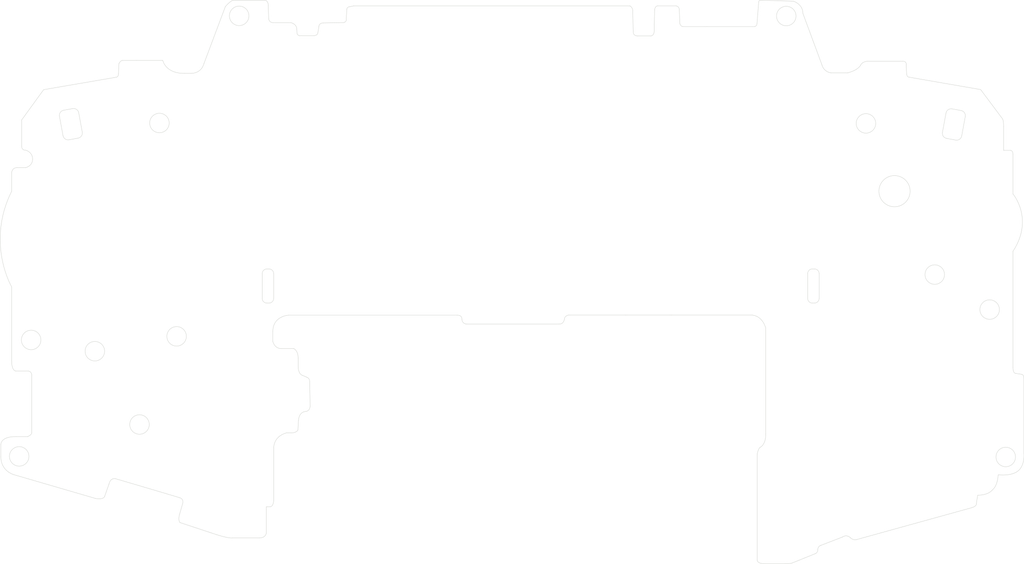
<source format=kicad_pcb>
(kicad_pcb (version 20221018) (generator pcbnew)

  (general
    (thickness 1.6)
  )

  (paper "A4")
  (layers
    (0 "F.Cu" signal)
    (31 "B.Cu" signal)
    (32 "B.Adhes" user "B.Adhesive")
    (33 "F.Adhes" user "F.Adhesive")
    (34 "B.Paste" user)
    (35 "F.Paste" user)
    (36 "B.SilkS" user "B.Silkscreen")
    (37 "F.SilkS" user "F.Silkscreen")
    (38 "B.Mask" user)
    (39 "F.Mask" user)
    (40 "Dwgs.User" user "User.Drawings")
    (41 "Cmts.User" user "User.Comments")
    (42 "Eco1.User" user "User.Eco1")
    (43 "Eco2.User" user "User.Eco2")
    (44 "Edge.Cuts" user)
    (45 "Margin" user)
    (46 "B.CrtYd" user "B.Courtyard")
    (47 "F.CrtYd" user "F.Courtyard")
    (48 "B.Fab" user)
    (49 "F.Fab" user)
    (50 "User.1" user)
    (51 "User.2" user)
    (52 "User.3" user)
    (53 "User.4" user)
    (54 "User.5" user)
    (55 "User.6" user)
    (56 "User.7" user)
    (57 "User.8" user)
    (58 "User.9" user)
  )

  (setup
    (pad_to_mask_clearance 0)
    (pcbplotparams
      (layerselection 0x00010fc_ffffffff)
      (plot_on_all_layers_selection 0x0000000_00000000)
      (disableapertmacros false)
      (usegerberextensions false)
      (usegerberattributes true)
      (usegerberadvancedattributes true)
      (creategerberjobfile true)
      (dashed_line_dash_ratio 12.000000)
      (dashed_line_gap_ratio 3.000000)
      (svgprecision 4)
      (plotframeref false)
      (viasonmask false)
      (mode 1)
      (useauxorigin false)
      (hpglpennumber 1)
      (hpglpenspeed 20)
      (hpglpendiameter 15.000000)
      (dxfpolygonmode true)
      (dxfimperialunits true)
      (dxfusepcbnewfont true)
      (psnegative false)
      (psa4output false)
      (plotreference true)
      (plotvalue true)
      (plotinvisibletext false)
      (sketchpadsonfab false)
      (subtractmaskfromsilk false)
      (outputformat 1)
      (mirror false)
      (drillshape 1)
      (scaleselection 1)
      (outputdirectory "")
    )
  )

  (net 0 "")

  (gr_curve (pts (xy 174.776115 58.947518) (xy 174.776115 58.947518) (xy 175.069347 58.891905) (xy 175.069347 58.544745))
    (stroke (width 0.05) (type solid)) (layer "Edge.Cuts") (tstamp 0121e298-3262-40aa-ae59-3421b56655fd))
  (gr_curve (pts (xy 201.305326 72.978371) (xy 201.239833 73.335749) (xy 200.893848 73.574563) (xy 200.536471 73.50907))
    (stroke (width 0.05) (type solid)) (layer "Edge.Cuts") (tstamp 02a8f618-5d77-4fbd-b013-083c46973d21))
  (gr_curve (pts (xy 164.725319 56.298314) (xy 164.725319 56.298314) (xy 165.109554 56.343816) (xy 165.109554 56.813999))
    (stroke (width 0.05) (type solid)) (layer "Edge.Cuts") (tstamp 037c389e-7490-4aa5-b9a3-7990e789ffd4))
  (gr_line (start 165.569626 58.947518) (end 168.618233 58.947518)
    (stroke (width 0.05) (type solid)) (layer "Edge.Cuts") (tstamp 03f86649-7546-4de5-90a6-62cb1793971e))
  (gr_curve (pts (xy 175.918711 127.862208) (xy 175.918711 127.862208) (xy 175.08957 127.81165) (xy 175.08957 127.376857))
    (stroke (width 0.05) (type solid)) (layer "Edge.Cuts") (tstamp 04d344e0-2b6a-453c-90d0-cf96f7267d7f))
  (gr_curve (pts (xy 116.122877 59.852494) (xy 116.122877 59.852494) (xy 116.217251 60.122133) (xy 116.466667 60.122133))
    (stroke (width 0.05) (type solid)) (layer "Edge.Cuts") (tstamp 05964c49-04fd-4dbb-811b-cc61999d7d06))
  (gr_curve (pts (xy 80.820383 74.261332) (xy 80.820383 73.644532) (xy 80.820383 70.93466) (xy 80.820383 70.93466))
    (stroke (width 0.05) (type solid)) (layer "Edge.Cuts") (tstamp 073ce3fb-7d00-4661-8159-aee954ae8d30))
  (gr_line (start 116.089172 59.333439) (end 116.122877 59.852494)
    (stroke (width 0.05) (type solid)) (layer "Edge.Cuts") (tstamp 089f505d-0661-4e7c-ba22-add91d8176d8))
  (gr_curve (pts (xy 107.828105 124.545647) (xy 107.828105 124.545647) (xy 107.494427 124.646762) (xy 105.846258 124.141188))
    (stroke (width 0.05) (type solid)) (layer "Edge.Cuts") (tstamp 09002e54-17ef-48ef-8008-f91ffca092ce))
  (gr_curve (pts (xy 79.83957 116.436252) (xy 79.83957 116.436252) (xy 78.161067 116.001459) (xy 78.161067 114.151061))
    (stroke (width 0.05) (type solid)) (layer "Edge.Cuts") (tstamp 0a4f1758-d7f9-44a9-acf5-a8b4a54c1700))
  (gr_curve (pts (xy 205.211625 118.407988) (xy 205.211625 118.407988) (xy 204.756609 119.065233) (xy 203.351115 119.065233))
    (stroke (width 0.05) (type solid)) (layer "Edge.Cuts") (tstamp 0aeaf70b-4151-494f-abcd-a005260b48e1))
  (gr_curve (pts (xy 78.161067 112.533227) (xy 78.161067 112.533227) (xy 78.140844 111.525451) (xy 80.092357 111.549044))
    (stroke (width 0.05) (type solid)) (layer "Edge.Cuts") (tstamp 0baeff79-dfed-47d4-b47b-a3bd8d2b5c77))
  (gr_line (start 162.333957 56.298314) (end 164.725319 56.298314)
    (stroke (width 0.05) (type solid)) (layer "Edge.Cuts") (tstamp 0ca573a3-1a9f-42ba-acc4-e2fa54b53cb0))
  (gr_line (start 165.109554 56.813999) (end 165.18539 58.598673)
    (stroke (width 0.05) (type solid)) (layer "Edge.Cuts") (tstamp 0fc207b8-843d-4ac3-bb2f-1c6858bf74cb))
  (gr_line (start 92.013774 117.639517) (end 91.457644 119.216905)
    (stroke (width 0.05) (type solid)) (layer "Edge.Cuts") (tstamp 108b81c1-c267-416f-825d-e27e4c51cebf))
  (gr_line (start 113.126513 113.079246) (end 113.126513 119.783147)
    (stroke (width 0.05) (type solid)) (layer "Edge.Cuts") (tstamp 1256a164-ced2-44b2-bd26-2ca1b8a725d6))
  (gr_line (start 149.750239 97.113243) (end 137.778265 97.113243)
    (stroke (width 0.05) (type solid)) (layer "Edge.Cuts") (tstamp 14bb02b0-befa-4d84-9d11-8de6f586621b))
  (gr_circle (center 100.684355 98.685575) (end 101.934355 98.685575)
    (stroke (width 0.05) (type solid)) (fill none) (layer "Edge.Cuts") (tstamp 15eab992-f1c5-4bd5-b581-f379d744ccbb))
  (gr_circle (center 197.850478 90.763243) (end 199.100478 90.763243)
    (stroke (width 0.05) (type solid)) (fill none) (layer "Edge.Cuts") (tstamp 160cd77d-80a5-4c4c-b05f-61bc384dc3b5))
  (gr_line (start 116.466667 60.122133) (end 118.286731 60.122133)
    (stroke (width 0.05) (type solid)) (layer "Edge.Cuts") (tstamp 165a8ec2-365f-47ef-a674-a3caaeb47276))
  (gr_curve (pts (xy 92.832803 116.941825) (xy 92.832803 116.941825) (xy 92.216004 116.780042) (xy 92.013774 117.639517))
    (stroke (width 0.05) (type solid)) (layer "Edge.Cuts") (tstamp 171c4769-d580-4a68-8409-1fab6e4ef9a8))
  (gr_line (start 79.539597 80.075424) (end 79.539597 77.709341)
    (stroke (width 0.05) (type solid)) (layer "Edge.Cuts") (tstamp 17384535-a7b8-4e93-ba53-e619bb110f1a))
  (gr_curve (pts (xy 209.276433 113.665711) (xy 209.276433 113.665711) (xy 209.438217 115.101539) (xy 208.619188 115.87001))
    (stroke (width 0.05) (type solid)) (layer "Edge.Cuts") (tstamp 1a1e3667-1f4b-4e64-ae1e-97214cd3bbe1))
  (gr_line (start 105.846258 124.141188) (end 101.114093 122.573911)
    (stroke (width 0.05) (type solid)) (layer "Edge.Cuts") (tstamp 1a62b3da-b030-4fe5-bde0-60ba2aac1af1))
  (gr_curve (pts (xy 81.35629 74.807351) (xy 81.35629 74.807351) (xy 80.820383 74.878131) (xy 80.820383 74.261332))
    (stroke (width 0.05) (type solid)) (layer "Edge.Cuts") (tstamp 1b3979e7-e787-4f1c-8b03-55b069e8e5e8))
  (gr_line (start 189.195064 63.401618) (end 193.694666 63.401618)
    (stroke (width 0.05) (type solid)) (layer "Edge.Cuts") (tstamp 1b87eb57-a7d0-4817-9a18-ce79cb5ef42a))
  (gr_curve (pts (xy 101.114093 122.573911) (xy 101.114093 122.573911) (xy 100.830972 122.311013) (xy 101.063535 121.512208))
    (stroke (width 0.05) (type solid)) (layer "Edge.Cuts") (tstamp 1d146c5b-0a5c-453e-acc5-18e1094ec412))
  (gr_curve (pts (xy 82.121391 103.594692) (xy 82.121391 103.594692) (xy 82.027017 103.139676) (xy 81.666375 103.139676))
    (stroke (width 0.05) (type solid)) (layer "Edge.Cuts") (tstamp 213bb4bb-bb55-416c-a819-1413a8f7b443))
  (gr_line (start 136.666004 95.970647) (end 115.03758 95.970647)
    (stroke (width 0.05) (type solid)) (layer "Edge.Cuts") (tstamp 25b04307-94eb-448d-bbd8-b22ae3175d82))
  (gr_line (start 203.735351 67.031634) (end 206.556449 70.813322)
    (stroke (width 0.05) (type solid)) (layer "Edge.Cuts") (tstamp 26402409-71cd-4a5c-a387-6c823279c821))
  (gr_line (start 198.838046 72.526216) (end 199.294314 70.036493)
    (stroke (width 0.05) (type solid)) (layer "Edge.Cuts") (tstamp 26765dce-c00c-42d1-b13a-1e5b1264ba7c))
  (gr_curve (pts (xy 81.666375 103.139676) (xy 81.305733 103.139676) (xy 80.038429 103.139676) (xy 80.038429 103.139676))
    (stroke (width 0.05) (type solid)) (layer "Edge.Cuts") (tstamp 2c839ff6-6a13-465f-8cbe-254f2a8ea8e3))
  (gr_curve (pts (xy 175.544586 112.887128) (xy 175.544586 112.887128) (xy 176.222054 112.492781) (xy 176.181609 111.228848))
    (stroke (width 0.05) (type solid)) (layer "Edge.Cuts") (tstamp 34ecab9c-beaa-4a6f-b48a-cb44a7af0ca1))
  (gr_line (start 180.95422 57.263959) (end 183.401195 63.886969)
    (stroke (width 0.05) (type solid)) (layer "Edge.Cuts") (tstamp 35017e5d-fcec-48eb-ad43-c6b67c1276fc))
  (gr_curve (pts (xy 137.252468 96.486332) (xy 137.252468 96.486332) (xy 137.303026 95.970647) (xy 136.666004 95.970647))
    (stroke (width 0.05) (type solid)) (layer "Edge.Cuts") (tstamp 359bced4-8c97-4bdc-a069-8cf362b41ad2))
  (gr_curve (pts (xy 112.489491 57.985244) (xy 112.489491 57.985244) (xy 112.556901 58.44363) (xy 113.042251 58.44363))
    (stroke (width 0.05) (type solid)) (layer "Edge.Cuts") (tstamp 36b3097a-8e26-40b1-a7be-cf29959d7624))
  (gr_curve (pts (xy 193.694666 63.401618) (xy 193.694666 63.401618) (xy 194.200239 63.300504) (xy 194.200239 63.816188))
    (stroke (width 0.05) (type solid)) (layer "Edge.Cuts") (tstamp 3737eba9-0e75-4775-aa6f-9fc5f29dfd12))
  (gr_curve (pts (xy 122.418949 58.140286) (xy 122.418949 57.95828) (xy 122.506582 56.711199) (xy 122.506582 56.711199))
    (stroke (width 0.05) (type solid)) (layer "Edge.Cuts") (tstamp 39016dd0-9c93-44a3-b68c-0918f1ad382b))
  (gr_line (start 182.433864 94.420222) (end 182.164225 94.420222)
    (stroke (width 0.05) (type solid)) (layer "Edge.Cuts") (tstamp 39f57fcb-acf6-4860-9c0f-7e0ebe4ef1d3))
  (gr_line (start 123.349204 56.3) (end 158.8 56.3)
    (stroke (width 0.05) (type solid)) (layer "Edge.Cuts") (tstamp 3a972d99-e76b-45f3-a157-6dbbe4267239))
  (gr_curve (pts (xy 116.261067 101.461173) (xy 116.261067 102.41165) (xy 116.261067 102.61388) (xy 116.261067 102.61388))
    (stroke (width 0.05) (type solid)) (layer "Edge.Cuts") (tstamp 3b86b26c-e120-40b1-8f52-9d1bd01d52a2))
  (gr_curve (pts (xy 118.286731 60.122133) (xy 118.286731 60.122133) (xy 118.792304 60.095169) (xy 118.792304 59.704193))
    (stroke (width 0.05) (type solid)) (layer "Edge.Cuts") (tstamp 3cc92777-f512-4d3a-847b-040f648c7ed3))
  (gr_curve (pts (xy 102.560032 64.948673) (xy 102.560032 64.948673) (xy 103.834077 64.99923) (xy 104.187978 63.694851))
    (stroke (width 0.05) (type solid)) (layer "Edge.Cuts") (tstamp 3d60a4ac-78b7-4311-a0f4-afb0be6b621b))
  (gr_circle (center 192.693631 80.065313) (end 194.693631 80.065313)
    (stroke (width 0.05) (type solid)) (fill none) (layer "Edge.Cuts") (tstamp 3d9b39d3-82aa-444a-9b86-006f7211b083))
  (gr_line (start 80.820383 70.93466) (end 83.641481 67.041746)
    (stroke (width 0.05) (type solid)) (layer "Edge.Cuts") (tstamp 40d2db36-834e-41fd-b040-9056495e5c19))
  (gr_circle (center 80.506927 114.085337) (end 81.756927 114.085337)
    (stroke (width 0.05) (type solid)) (fill none) (layer "Edge.Cuts") (tstamp 4258acef-20e2-4148-a3c1-adb50dcd2de4))
  (gr_line (start 114.076991 100.252852) (end 115.704937 100.252852)
    (stroke (width 0.05) (type solid)) (layer "Edge.Cuts") (tstamp 430749fe-4f87-485d-8be0-9cd5ad23657b))
  (gr_curve (pts (xy 150.397373 96.445886) (xy 150.397373 96.445886) (xy 150.316481 97.113243) (xy 149.750239 97.113243))
    (stroke (width 0.05) (type solid)) (layer "Edge.Cuts") (tstamp 442674ec-c71f-4211-bc27-b44e66d03606))
  (gr_curve (pts (xy 176.181609 97.608704) (xy 176.181609 97.608704) (xy 175.837819 96.122319) (xy 174.472771 95.960536))
    (stroke (width 0.05) (type solid)) (layer "Edge.Cuts") (tstamp 44a17720-22a3-47b7-ba40-ab522ed50bcc))
  (gr_curve (pts (xy 82.121391 111.029989) (xy 82.121391 110.726645) (xy 82.121391 103.594692) (xy 82.121391 103.594692))
    (stroke (width 0.05) (type solid)) (layer "Edge.Cuts") (tstamp 47ca7a9b-bc0e-4a6e-9f32-6018f089ae88))
  (gr_line (start 175.069347 58.544745) (end 175.286744 55.802853)
    (stroke (width 0.05) (type solid)) (layer "Edge.Cuts") (tstamp 48f59d44-c934-45f3-b8a3-be1e2bcfdb15))
  (gr_line (start 117.282325 108.316746) (end 117.009316 108.357192)
    (stroke (width 0.05) (type solid)) (layer "Edge.Cuts") (tstamp 4cb30bac-5492-4210-8713-59f40806989c))
  (gr_curve (pts (xy 194.250796 65.059899) (xy 194.250796 65.059899) (xy 194.291242 65.444134) (xy 194.574363 65.444134))
    (stroke (width 0.05) (type solid)) (layer "Edge.Cuts") (tstamp 4e77e1bf-0291-4b0a-af0e-06138e918d28))
  (gr_line (start 119.473143 58.484076) (end 122.135828 58.436889)
    (stroke (width 0.05) (type solid)) (layer "Edge.Cuts") (tstamp 4f307d7b-c498-4930-bdd9-eacf1a693106))
  (gr_line (start 207.875996 87.78036) (end 207.875996 102.664437)
    (stroke (width 0.05) (type solid)) (layer "Edge.Cuts") (tstamp 55b97e0e-81e6-4f46-b55a-8247e89c41e5))
  (gr_line (start 184.54379 64.888004) (end 186.687421 64.888004)
    (stroke (width 0.05) (type solid)) (layer "Edge.Cuts") (tstamp 55d870e8-59bb-44af-ac4a-d3c508069b4e))
  (gr_curve (pts (xy 159.204459 59.599708) (xy 159.204459 59.599708) (xy 159.158957 60.150782) (xy 159.760589 60.150782))
    (stroke (width 0.05) (type solid)) (layer "Edge.Cuts") (tstamp 57da9195-30b4-4838-b8f5-b1068532a6e3))
  (gr_line (start 101.063535 121.512208) (end 101.467994 120.106714)
    (stroke (width 0.05) (type solid)) (layer "Edge.Cuts") (tstamp 583b8b4b-366b-4d3d-adba-069047f79ab1))
  (gr_circle (center 108.701062 57.574044) (end 109.951062 57.574044)
    (stroke (width 0.05) (type solid)) (fill none) (layer "Edge.Cuts") (tstamp 5aa242ef-7064-4569-9034-d3e8564bccf3))
  (gr_line (start 201.761594 70.488648) (end 201.305326 72.978371)
    (stroke (width 0.05) (type solid)) (layer "Edge.Cuts") (tstamp 5aac4984-33ab-4399-96e9-f74b630feea2))
  (gr_line (start 115.38137 111.067064) (end 114.774682 111.067064)
    (stroke (width 0.05) (type solid)) (layer "Edge.Cuts") (tstamp 5b7bf71a-20df-42e1-889e-93f75eb77cac))
  (gr_line (start 174.472771 95.960536) (end 164.078185 95.960536)
    (stroke (width 0.05) (type solid)) (layer "Edge.Cuts") (tstamp 5e33a8cc-cb81-4fc8-b1e0-90de2d7163a7))
  (gr_line (start 164.078185 95.960536) (end 158.274204 95.960536)
    (stroke (width 0.05) (type solid)) (layer "Edge.Cuts") (tstamp 5fda14c0-befe-4a58-a4c5-1560dd5bddd9))
  (gr_curve (pts (xy 179.548726 127.771204) (xy 179.548726 127.771204) (xy 179.336386 127.852096) (xy 178.658918 127.862208))
    (stroke (width 0.05) (type solid)) (layer "Edge.Cuts") (tstamp 5ff9734a-56fb-4965-b05a-01110729de83))
  (gr_line (start 159.760589 60.150782) (end 161.479539 60.150782)
    (stroke (width 0.05) (type solid)) (layer "Edge.Cuts") (tstamp 60a3dcc2-441a-4eb3-b5a2-d9deb7a48a42))
  (gr_curve (pts (xy 161.894109 59.498593) (xy 161.894109 58.866626) (xy 161.949722 56.793776) (xy 161.949722 56.793776))
    (stroke (width 0.05) (type solid)) (layer "Edge.Cuts") (tstamp 60a9ab4e-91b6-410b-868c-515d550934fa))
  (gr_line (start 117.737341 104.504724) (end 117.79801 107.649389)
    (stroke (width 0.05) (type solid)) (layer "Edge.Cuts") (tstamp 62231b36-403d-4b4f-871c-999b3d02339a))
  (gr_line (start 202.602867 120.662845) (end 187.830016 124.757988)
    (stroke (width 0.05) (type solid)) (layer "Edge.Cuts") (tstamp 626145bf-04e2-40dc-b325-4742cea0dc57))
  (gr_curve (pts (xy 207.875996 80.419214) (xy 207.875996 80.419214) (xy 210.601035 83.614437) (xy 207.875996 87.78036))
    (stroke (width 0.05) (type solid)) (layer "Edge.Cuts") (tstamp 63282164-5e90-4838-b585-81bcdae5f761))
  (gr_curve (pts (xy 122.506582 56.711199) (xy 122.506582 56.711199) (xy 122.520064 56.394373) (xy 122.917782 56.394373))
    (stroke (width 0.05) (type solid)) (layer "Edge.Cuts") (tstamp 636c918c-6b81-43df-b700-595f1be6d979))
  (gr_curve (pts (xy 88.061013 73.258206) (xy 88.41839 73.192713) (xy 88.657204 72.846729) (xy 88.591711 72.489351))
    (stroke (width 0.05) (type solid)) (layer "Edge.Cuts") (tstamp 64525789-fc40-4e1b-99ca-b009d73daef8))
  (gr_curve (pts (xy 122.135828 58.436889) (xy 122.135828 58.436889) (xy 122.418949 58.322293) (xy 122.418949 58.140286))
    (stroke (width 0.05) (type solid)) (layer "Edge.Cuts") (tstamp 645d53e9-9e0e-47ac-89d0-3bfdd294c1d9))
  (gr_line (start 101.730892 64.948673) (end 102.560032 64.948673)
    (stroke (width 0.05) (type solid)) (layer "Edge.Cuts") (tstamp 67334da6-7732-4a43-a7c0-8c5e0e384d2b))
  (gr_curve (pts (xy 187.071656 124.545647) (xy 187.071656 124.545647) (xy 186.626752 124.029962) (xy 186.009953 124.434421))
    (stroke (width 0.05) (type solid)) (layer "Edge.Cuts") (tstamp 68f74fee-3355-49c6-8db1-84582b564e2f))
  (gr_curve (pts (xy 81.325956 77.052096) (xy 81.325956 77.052096) (xy 82.225876 76.859978) (xy 82.225876 75.949946))
    (stroke (width 0.05) (type solid)) (layer "Edge.Cuts") (tstamp 6b63c432-8551-43eb-9575-1faf4a4dc560))
  (gr_curve (pts (xy 79.539597 101.85552) (xy 79.539597 100.642144) (xy 79.539597 92.337261) (xy 79.539597 92.337261))
    (stroke (width 0.05) (type solid)) (layer "Edge.Cuts") (tstamp 6ba76343-7a75-48fe-a5f6-cdffae7ebe77))
  (gr_curve (pts (xy 101.467994 120.106714) (xy 101.467994 120.106714) (xy 101.639889 119.570806) (xy 101.083758 119.3888))
    (stroke (width 0.05) (type solid)) (layer "Edge.Cuts") (tstamp 6cd3f3e1-7714-457e-9b5c-50eda7bf6c84))
  (gr_curve (pts (xy 80.038429 103.139676) (xy 80.038429 103.139676) (xy 79.539597 103.068895) (xy 79.539597 101.85552))
    (stroke (width 0.05) (type solid)) (layer "Edge.Cuts") (tstamp 6cd4fa73-95be-4fbb-a866-fed80ccfc190))
  (gr_line (start 206.677787 71.794134) (end 206.677787 74.827574)
    (stroke (width 0.05) (type solid)) (layer "Edge.Cuts") (tstamp 6e7135e2-2cc4-494b-9086-5c13fe0a4785))
  (gr_curve (pts (xy 111.977177 55.565233) (xy 111.977177 55.565233) (xy 112.435563 55.558492) (xy 112.435563 56.286518))
    (stroke (width 0.05) (type solid)) (layer "Edge.Cuts") (tstamp 6f2f759e-4508-4488-8280-6b89358e251e))
  (gr_curve (pts (xy 112.435563 56.286518) (xy 112.435563 57.014543) (xy 112.489491 57.985244) (xy 112.489491 57.985244))
    (stroke (width 0.05) (type solid)) (layer "Edge.Cuts") (tstamp 6fd3da74-2a63-441a-9d9c-7543ef688141))
  (gr_line (start 181.564278 93.820276) (end 181.564278 90.638535)
    (stroke (width 0.05) (type solid)) (layer "Edge.Cuts") (tstamp 71234ef2-c121-4a69-b438-38b6c52e0d57))
  (gr_curve (pts (xy 116.230733 110.682829) (xy 116.230733 110.682829) (xy 116.119507 111.067064) (xy 115.38137 111.067064))
    (stroke (width 0.05) (type solid)) (layer "Edge.Cuts") (tstamp 7403be43-18be-47ad-8b7b-9e86fd9f3f01))
  (gr_line (start 203.351115 119.065233) (end 203.189332 120.106714)
    (stroke (width 0.05) (type solid)) (layer "Edge.Cuts") (tstamp 74863a57-a007-4a74-b2b6-f0c85e40828a))
  (gr_line (start 200.063169 69.505795) (end 201.230896 69.719793)
    (stroke (width 0.05) (type solid)) (layer "Edge.Cuts") (tstamp 752ef5f8-b309-4f65-833c-cd668321cfc2))
  (gr_curve (pts (xy 86.19886 69.682928) (xy 85.841483 69.748422) (xy 85.602669 70.094406) (xy 85.668162 70.451784))
    (stroke (width 0.05) (type solid)) (layer "Edge.Cuts") (tstamp 75633e1a-9714-425a-a65b-667564a4bede))
  (gr_circle (center 204.888058 95.252733) (end 206.138058 95.252733)
    (stroke (width 0.05) (type solid)) (fill none) (layer "Edge.Cuts") (tstamp 75927911-6795-45af-ba0f-2542c633f5b2))
  (gr_curve (pts (xy 208.619188 115.87001) (xy 208.619188 115.87001) (xy 207.972054 116.638481) (xy 205.980096 116.446364))
    (stroke (width 0.05) (type solid)) (layer "Edge.Cuts") (tstamp 763e3e2a-aadf-4017-becc-574ffc2b745d))
  (gr_line (start 175.509196 55.565231) (end 179.750956 55.696682)
    (stroke (width 0.05) (type solid)) (layer "Edge.Cuts") (tstamp 77c675a5-c828-4e8d-8be3-7a6194794bcd))
  (gr_curve (pts (xy 91.457644 119.216905) (xy 91.457644 119.216905) (xy 91.376752 119.661809) (xy 90.315048 119.489915))
    (stroke (width 0.05) (type solid)) (layer "Edge.Cuts") (tstamp 780afa8b-1dae-4f01-a6e5-90dce9743b40))
  (gr_curve (pts (xy 115.704937 100.252852) (xy 115.704937 100.252852) (xy 116.261067 100.510695) (xy 116.261067 101.461173))
    (stroke (width 0.05) (type solid)) (layer "Edge.Cuts") (tstamp 79030614-96d7-4eb5-837b-72d21d81da93))
  (gr_curve (pts (xy 113.042251 58.44363) (xy 113.527601 58.44363) (xy 115.293737 58.44363) (xy 115.293737 58.44363))
    (stroke (width 0.05) (type solid)) (layer "Edge.Cuts") (tstamp 7dff4dda-413a-4bc7-aeea-2bc1bb9a23bd))
  (gr_line (start 116.796975 103.685695) (end 117.373328 103.92837)
    (stroke (width 0.05) (type solid)) (layer "Edge.Cuts") (tstamp 7ef43568-bd7f-4443-946b-df0a6714a780))
  (gr_line (start 107.919109 55.565233) (end 111.977177 55.565233)
    (stroke (width 0.05) (type solid)) (layer "Edge.Cuts") (tstamp 7f984722-2732-4fe1-b544-99c0455dcb7e))
  (gr_line (start 111.296338 124.545647) (end 107.828105 124.545647)
    (stroke (width 0.05) (type solid)) (layer "Edge.Cuts") (tstamp 816ad8d8-efb3-4e0b-afc7-4420008ed007))
  (gr_curve (pts (xy 88.135443 69.999628) (xy 88.06995 69.642251) (xy 87.723965 69.403437) (xy 87.366588 69.46893))
    (stroke (width 0.05) (type solid)) (layer "Edge.Cuts") (tstamp 81c1379c-2bf1-4abf-99a6-0dbba62740fb))
  (gr_curve (pts (xy 183.033811 93.820276) (xy 183.033811 94.150246) (xy 182.763835 94.420222) (xy 182.433864 94.420222))
    (stroke (width 0.05) (type solid)) (layer "Edge.Cuts") (tstamp 81eaf207-b360-489f-acff-214304375546))
  (gr_curve (pts (xy 82.225876 75.949946) (xy 82.225876 75.039915) (xy 81.35629 74.807351) (xy 81.35629 74.807351))
    (stroke (width 0.05) (type solid)) (layer "Edge.Cuts") (tstamp 86b68322-160d-49ed-9bd6-7f1bb4db156e))
  (gr_curve (pts (xy 209.023647 103.564357) (xy 209.023647 103.564357) (xy 209.276433 103.614915) (xy 209.276433 104.039596))
    (stroke (width 0.05) (type solid)) (layer "Edge.Cuts") (tstamp 8704e27a-6472-4ddc-b31b-2abbe5c163b8))
  (gr_line (start 200.536471 73.50907) (end 199.368744 73.295071)
    (stroke (width 0.05) (type solid)) (layer "Edge.Cuts") (tstamp 873a7c92-fb17-4bd7-a233-343865cb4f25))
  (gr_circle (center 178.820701 57.597638) (end 180.070701 57.597638)
    (stroke (width 0.05) (type solid)) (fill none) (layer "Edge.Cuts") (tstamp 879b25c3-8785-4436-86f3-e9d76960c56c))
  (gr_line (start 88.591711 72.489351) (end 88.135443 69.999628)
    (stroke (width 0.05) (type solid)) (layer "Edge.Cuts") (tstamp 87fde6ad-052a-4782-90fc-efc4735f33ec))
  (gr_curve (pts (xy 183.401195 63.886969) (xy 183.401195 63.886969) (xy 183.583201 64.72622) (xy 184.54379 64.888004))
    (stroke (width 0.05) (type solid)) (layer "Edge.Cuts") (tstamp 8998d514-2122-46b1-874d-673cc09642d3))
  (gr_curve (pts (xy 207.567596 74.827574) (xy 207.567596 74.827574) (xy 207.875996 74.837685) (xy 207.875996 75.312924))
    (stroke (width 0.05) (type solid)) (layer "Edge.Cuts") (tstamp 89a82fec-8877-4b55-ad8a-d59c420f8e67))
  (gr_curve (pts (xy 150.882723 95.960536) (xy 150.882723 95.960536) (xy 150.397373 96.071762) (xy 150.397373 96.445886))
    (stroke (width 0.05) (type solid)) (layer "Edge.Cuts") (tstamp 8a3f553b-614c-434d-ac34-18c5b376c56b))
  (gr_curve (pts (xy 181.564278 90.638535) (xy 181.564278 90.308564) (xy 181.834255 90.038588) (xy 182.164225 90.038588))
    (stroke (width 0.05) (type solid)) (layer "Edge.Cuts") (tstamp 8a6bb903-04a8-451c-a772-0727d8e8c1dc))
  (gr_line (start 176.181609 111.228848) (end 176.181609 97.608704)
    (stroke (width 0.05) (type solid)) (layer "Edge.Cuts") (tstamp 8c177150-42e4-4cd5-9c7a-cd6d765bb5b2))
  (gr_curve (pts (xy 115.03758 95.970647) (xy 115.03758 95.970647) (xy 113.015287 96.051539) (xy 113.015287 98.083943))
    (stroke (width 0.05) (type solid)) (layer "Edge.Cuts") (tstamp 8ee42b29-e74a-4bdb-a69f-84d8e01dac9b))
  (gr_circle (center 82.040499 99.149018) (end 83.290499 99.149018)
    (stroke (width 0.05) (type solid)) (fill none) (layer "Edge.Cuts") (tstamp 8f8d3592-3c0a-4cf3-8d7d-2f8c54888f1b))
  (gr_curve (pts (xy 203.189332 120.106714) (xy 203.189332 120.106714) (xy 203.290446 120.470727) (xy 202.602867 120.662845))
    (stroke (width 0.05) (type solid)) (layer "Edge.Cuts") (tstamp 8fbfc6f1-3a43-4a20-8e0a-611f5c0f3b9f))
  (gr_line (start 209.276433 104.039596) (end 209.276433 113.665711)
    (stroke (width 0.05) (type solid)) (layer "Edge.Cuts") (tstamp 8ff7f9d3-3a71-4c89-820f-0d00bed73d64))
  (gr_line (start 159.138734 56.879724) (end 159.204459 59.599708)
    (stroke (width 0.05) (type solid)) (layer "Edge.Cuts") (tstamp 90d46991-37f0-4610-b9ef-4c7beb9957e3))
  (gr_curve (pts (xy 112.253557 94.420222) (xy 111.923586 94.420222) (xy 111.65361 94.150246) (xy 111.65361 93.820276))
    (stroke (width 0.05) (type solid)) (layer "Edge.Cuts") (tstamp 91459e29-db0a-4838-b2cc-9278589a4768))
  (gr_line (start 178.658918 127.862208) (end 175.918711 127.862208)
    (stroke (width 0.05) (type solid)) (layer "Edge.Cuts") (tstamp 92453a49-2888-44e8-abc0-77267e9527df))
  (gr_line (start 168.618233 58.947518) (end 174.776115 58.947518)
    (stroke (width 0.05) (type solid)) (layer "Edge.Cuts") (tstamp 93a646ba-db14-465a-b3cd-d40af0f9910d))
  (gr_curve (pts (xy 80.193472 77.052096) (xy 80.810271 77.052096) (xy 81.325956 77.052096) (xy 81.325956 77.052096))
    (stroke (width 0.05) (type solid)) (layer "Edge.Cuts") (tstamp 96256af3-c632-4070-8f8b-d3049bafccd9))
  (gr_curve (pts (xy 205.980096 116.446364) (xy 205.980096 116.446364) (xy 205.949761 117.851857) (xy 205.211625 118.407988))
    (stroke (width 0.05) (type solid)) (layer "Edge.Cuts") (tstamp 9751f04c-a5f3-4f8e-a02e-cd565b727268))
  (gr_line (start 85.668162 70.451784) (end 86.12443 72.941507)
    (stroke (width 0.05) (type solid)) (layer "Edge.Cuts") (tstamp 981820d3-fd38-4621-96bf-39a1df25c4e2))
  (gr_line (start 87.366588 69.46893) (end 86.19886 69.682928)
    (stroke (width 0.05) (type solid)) (layer "Edge.Cuts") (tstamp 98f8ae50-12ad-4cac-af03-697ca6d1daab))
  (gr_curve (pts (xy 161.949722 56.793776) (xy 161.949722 56.793776) (xy 162.005335 56.298314) (xy 162.333957 56.298314))
    (stroke (width 0.05) (type solid)) (layer "Edge.Cuts") (tstamp 9b9ac9fc-5fad-46b2-b352-99021d802fa5))
  (gr_line (start 111.65361 93.820276) (end 111.65361 90.638535)
    (stroke (width 0.05) (type solid)) (layer "Edge.Cuts") (tstamp 9c7dfb45-6b95-452c-93c9-97d06e60f52d))
  (gr_line (start 116.301513 109.489676) (end 116.230733 110.682829)
    (stroke (width 0.05) (type solid)) (layer "Edge.Cuts") (tstamp 9cdf295c-82b8-4331-bc05-fff3dc4aa5c8))
  (gr_line (start 83.641481 67.041746) (end 93.014809 65.434023)
    (stroke (width 0.05) (type solid)) (layer "Edge.Cuts") (tstamp 9fabc091-0591-4146-981c-81ebd3f8c5ac))
  (gr_line (start 112.523196 94.420222) (end 112.253557 94.420222)
    (stroke (width 0.05) (type solid)) (layer "Edge.Cuts") (tstamp a1c572a5-c2ae-449b-82e4-dbe93f80fbbe))
  (gr_curve (pts (xy 201.230896 69.719793) (xy 201.588273 69.785286) (xy 201.827088 70.131271) (xy 201.761594 70.488648))
    (stroke (width 0.05) (type solid)) (layer "Edge.Cuts") (tstamp a1c65c46-6ca8-469b-9f5a-6806682fefd2))
  (gr_curve (pts (xy 117.009316 108.357192) (xy 117.009316 108.357192) (xy 116.35207 108.508864) (xy 116.301513 109.489676))
    (stroke (width 0.05) (type solid)) (layer "Edge.Cuts") (tstamp a1fe4fd9-9418-4d66-b1ca-a9192c235070))
  (gr_curve (pts (xy 93.014809 65.434023) (xy 93.014809 65.434023) (xy 93.232206 65.363243) (xy 93.232206 65.014397))
    (stroke (width 0.05) (type solid)) (layer "Edge.Cuts") (tstamp a2263843-a761-446c-bbff-2d3728dad6dd))
  (gr_curve (pts (xy 206.556449 70.813322) (xy 206.556449 70.813322) (xy 206.677787 71.045886) (xy 206.677787 71.794134))
    (stroke (width 0.05) (type solid)) (layer "Edge.Cuts") (tstamp a479fe3a-95d6-434d-a774-f86b67e947bc))
  (gr_line (start 112.253557 90.038588) (end 112.523196 90.038588)
    (stroke (width 0.05) (type solid)) (layer "Edge.Cuts") (tstamp a7874546-8817-44f0-a302-e102de42fa0e))
  (gr_curve (pts (xy 175.286744 55.802853) (xy 175.286744 55.802853) (xy 175.301911 55.565231) (xy 175.509196 55.565231))
    (stroke (width 0.05) (type solid)) (layer "Edge.Cuts") (tstamp aa022e90-d5ab-4271-ad74-55297194387e))
  (gr_line (start 122.917782 56.394373) (end 123.349204 56.3)
    (stroke (width 0.05) (type solid)) (layer "Edge.Cuts") (tstamp aa05fbf3-5f52-44e3-9303-0ba69789c4c7))
  (gr_line (start 112.671497 120.541507) (end 112.186147 120.541507)
    (stroke (width 0.05) (type solid)) (layer "Edge.Cuts") (tstamp ab42d48f-61e1-4bfe-b0e6-293790396061))
  (gr_curve (pts (xy 79.539597 92.337261) (xy 79.539597 92.337261) (xy 76.236518 86.708545) (xy 79.539597 80.075424))
    (stroke (width 0.05) (type solid)) (layer "Edge.Cuts") (tstamp b2ed138b-ba57-46e2-be91-0e18e6d73bcf))
  (gr_line (start 194.574363 65.444134) (end 203.735351 67.031634)
    (stroke (width 0.05) (type solid)) (layer "Edge.Cuts") (tstamp b4126545-7ab0-47ad-89c8-0c8f07a824a8))
  (gr_curve (pts (xy 115.293737 58.44363) (xy 115.293737 58.44363) (xy 116.07569 58.538004) (xy 116.089172 59.333439))
    (stroke (width 0.05) (type solid)) (layer "Edge.Cuts") (tstamp b427d811-9835-4e2d-9953-14bbefb7086b))
  (gr_line (start 182.164225 90.038588) (end 182.433864 90.038588)
    (stroke (width 0.05) (type solid)) (layer "Edge.Cuts") (tstamp bc8c8805-dfc2-4b2e-97b9-bd5775c192c5))
  (gr_line (start 175.08957 127.376857) (end 175.08957 113.807271)
    (stroke (width 0.05) (type solid)) (layer "Edge.Cuts") (tstamp bcef7c00-0b50-4c1c-8375-0189a08ad991))
  (gr_curve (pts (xy 113.126513 119.783147) (xy 113.126513 119.783147) (xy 113.075956 120.541507) (xy 112.671497 120.541507))
    (stroke (width 0.05) (type solid)) (layer "Edge.Cuts") (tstamp bd6ddaa4-9a2b-46b4-a1bd-5ff6a9e09689))
  (gr_line (start 113.123143 90.638535) (end 113.123143 93.820276)
    (stroke (width 0.05) (type solid)) (layer "Edge.Cuts") (tstamp bd768fa3-05e6-4def-811e-c0b3a1542723))
  (gr_line (start 207.875996 75.312924) (end 207.875996 80.419214)
    (stroke (width 0.05) (type solid)) (layer "Edge.Cuts") (tstamp be292987-0961-404d-b3af-09a3b572bec6))
  (gr_line (start 104.187978 63.694851) (end 106.928185 56.394373)
    (stroke (width 0.05) (type solid)) (layer "Edge.Cuts") (tstamp be90e715-8fe5-4cc0-b76d-ac9949b60649))
  (gr_curve (pts (xy 158.8 56.3) (xy 158.8 56.3) (xy 159.138734 56.515711) (xy 159.138734 56.879724))
    (stroke (width 0.05) (type solid)) (layer "Edge.Cuts") (tstamp bf5052fc-31e1-4c66-a32c-3327d953ba8f))
  (gr_curve (pts (xy 113.123143 93.820276) (xy 113.123143 94.150246) (xy 112.853166 94.420222) (xy 112.523196 94.420222))
    (stroke (width 0.05) (type solid)) (layer "Edge.Cuts") (tstamp bf7325d6-859c-4fdb-8de3-c8e0b0997ef9))
  (gr_curve (pts (xy 194.200239 63.816188) (xy 194.200239 64.331873) (xy 194.250796 65.059899) (xy 194.250796 65.059899))
    (stroke (width 0.05) (type solid)) (layer "Edge.Cuts") (tstamp c04526b4-b818-41b4-a1e2-47ec25d0457d))
  (gr_curve (pts (xy 86.12443 72.941507) (xy 86.189923 73.298884) (xy 86.535908 73.537698) (xy 86.893285 73.472205))
    (stroke (width 0.05) (type solid)) (layer "Edge.Cuts") (tstamp c2688da5-57fe-4b45-b7f8-f85589447775))
  (gr_circle (center 95.926911 109.995249) (end 97.176911 109.995249)
    (stroke (width 0.05) (type solid)) (fill none) (layer "Edge.Cuts") (tstamp c38d4098-2f7d-4c39-b2ed-cd19668b540d))
  (gr_curve (pts (xy 93.232206 65.014397) (xy 93.232206 64.665552) (xy 93.292875 63.689795) (xy 93.292875 63.689795))
    (stroke (width 0.05) (type solid)) (layer "Edge.Cuts") (tstamp c3e7e164-f244-4977-9ecb-fc9ab17783d4))
  (gr_line (start 86.893285 73.472205) (end 88.061013 73.258206)
    (stroke (width 0.05) (type solid)) (layer "Edge.Cuts") (tstamp c5099449-a17a-42dd-ac45-c90e60ee40e6))
  (gr_curve (pts (xy 93.292875 63.689795) (xy 93.292875 63.689795) (xy 93.510271 63.290392) (xy 93.727668 63.290392))
    (stroke (width 0.05) (type solid)) (layer "Edge.Cuts") (tstamp cadae83c-a8cf-43f1-8b74-2dc044972398))
  (gr_curve (pts (xy 112.523196 90.038588) (xy 112.853166 90.038588) (xy 113.123143 90.308564) (xy 113.123143 90.638535))
    (stroke (width 0.05) (type solid)) (layer "Edge.Cuts") (tstamp cc0ba7cc-296f-4185-a183-93b61642562f))
  (gr_curve (pts (xy 161.479539 60.150782) (xy 161.479539 60.150782) (xy 161.894109 60.13056) (xy 161.894109 59.498593))
    (stroke (width 0.05) (type solid)) (layer "Edge.Cuts") (tstamp ce4384c1-4be7-43e2-9ae6-a8e382c22811))
  (gr_curve (pts (xy 81.602336 111.549044) (xy 81.602336 111.549044) (xy 82.121391 111.333333) (xy 82.121391 111.029989))
    (stroke (width 0.05) (type solid)) (layer "Edge.Cuts") (tstamp d01f7ce7-96bc-43e1-9867-2df802a31651))
  (gr_curve (pts (xy 187.830016 124.757988) (xy 187.830016 124.757988) (xy 187.41039 124.884381) (xy 187.071656 124.545647))
    (stroke (width 0.05) (type solid)) (layer "Edge.Cuts") (tstamp d1c967cd-3e9c-41be-ba12-2aa6ae668821))
  (gr_curve (pts (xy 183.209077 125.516348) (xy 183.209077 125.516348) (xy 182.895621 125.607351) (xy 182.865287 126.001698))
    (stroke (width 0.05) (type solid)) (layer "Edge.Cuts") (tstamp d27e5a85-5bdb-44dc-afd5-69a22c3dd7d2))
  (gr_curve (pts (xy 137.778265 97.113243) (xy 137.778265 97.113243) (xy 137.252468 97.022239) (xy 137.252468 96.486332))
    (stroke (width 0.05) (type solid)) (layer "Edge.Cuts") (tstamp d2834910-f2a2-4682-befc-8368506ac56f))
  (gr_curve (pts (xy 175.08957 113.807271) (xy 175.08957 113.807271) (xy 175.251354 112.937685) (xy 175.544586 112.887128))
    (stroke (width 0.05) (type solid)) (layer "Edge.Cuts") (tstamp d2fb1538-0256-4542-8582-3c31e1528f38))
  (gr_curve (pts (xy 114.774682 111.067064) (xy 114.774682 111.067064) (xy 113.126513 111.400743) (xy 113.126513 113.079246))
    (stroke (width 0.05) (type solid)) (layer "Edge.Cuts") (tstamp d30a048b-db7f-4689-a3c4-31e5f16f5cd5))
  (gr_curve (pts (xy 199.294314 70.036493) (xy 199.359807 69.679116) (xy 199.705792 69.440302) (xy 200.063169 69.505795))
    (stroke (width 0.05) (type solid)) (layer "Edge.Cuts") (tstamp d3dfa6f4-85ec-4070-9e9a-c4f9550e6266))
  (gr_curve (pts (xy 186.687421 64.888004) (xy 186.687421 64.888004) (xy 187.890685 64.625106) (xy 188.345701 63.917303))
    (stroke (width 0.05) (type solid)) (layer "Edge.Cuts") (tstamp d4a666ed-30f6-4202-9efa-304fc2b20bba))
  (gr_line (start 78.161067 114.151061) (end 78.161067 112.533227)
    (stroke (width 0.05) (type solid)) (layer "Edge.Cuts") (tstamp d76a2012-bd9b-4146-a0a2-9ea1db4ecae2))
  (gr_curve (pts (xy 117.373328 103.92837) (xy 117.373328 103.92837) (xy 117.737341 104.019373) (xy 117.737341 104.504724))
    (stroke (width 0.05) (type solid)) (layer "Edge.Cuts") (tstamp d7bb8748-1630-40ac-8d8a-9bc620b0a7c2))
  (gr_curve (pts (xy 182.433864 90.038588) (xy 182.763835 90.038588) (xy 183.033811 90.308564) (xy 183.033811 90.638535))
    (stroke (width 0.05) (type solid)) (layer "Edge.Cuts") (tstamp d8434fcc-d819-4cf4-9393-9ef6e38d5bd5))
  (gr_line (start 95.588177 63.290392) (end 98.909793 63.290392)
    (stroke (width 0.05) (type solid)) (layer "Edge.Cuts") (tstamp d8cb6ab0-4b0d-49ef-b74c-7a88911e1996))
  (gr_curve (pts (xy 207.875996 102.664437) (xy 207.875996 102.664437) (xy 207.850717 103.44302) (xy 208.245064 103.44302))
    (stroke (width 0.05) (type solid)) (layer "Edge.Cuts") (tstamp d9293b23-30ed-4fc3-8d79-241e858a7aef))
  (gr_curve (pts (xy 106.928185 56.394373) (xy 106.928185 56.394373) (xy 107.44724 55.740498) (xy 107.919109 55.565233))
    (stroke (width 0.05) (type solid)) (layer "Edge.Cuts") (tstamp d94eab6e-976a-4ac6-940a-8940b81ed2fa))
  (gr_circle (center 98.481741 71.318895) (end 99.731741 71.318895)
    (stroke (width 0.05) (type solid)) (fill none) (layer "Edge.Cuts") (tstamp dc3aa122-8df6-492d-9ef4-5c8404b18f94))
  (gr_circle (center 90.203822 100.591587) (end 91.453822 100.591587)
    (stroke (width 0.05) (type solid)) (fill none) (layer "Edge.Cuts") (tstamp ddc1436d-bfe4-4969-99fa-f70b77456d4d))
  (gr_line (start 118.792304 59.704193) (end 118.920382 58.922239)
    (stroke (width 0.05) (type solid)) (layer "Edge.Cuts") (tstamp de0dd02f-5f69-4a09-9c4b-e98790d39c64))
  (gr_circle (center 189.033281 71.369453) (end 190.283281 71.369453)
    (stroke (width 0.05) (type solid)) (fill none) (layer "Edge.Cuts") (tstamp de79dd4a-e6e4-4a1d-b893-c593ddccc877))
  (gr_curve (pts (xy 199.368744 73.295071) (xy 199.011367 73.229578) (xy 198.772553 72.883593) (xy 198.838046 72.526216))
    (stroke (width 0.05) (type solid)) (layer "Edge.Cuts") (tstamp df64189c-3529-4cf0-b6f8-50da1b3efffd))
  (gr_line (start 80.092357 111.549044) (end 81.602336 111.549044)
    (stroke (width 0.05) (type solid)) (layer "Edge.Cuts") (tstamp e1050c54-f4fe-4478-8023-95040a3da3fe))
  (gr_curve (pts (xy 93.727668 63.290392) (xy 93.945064 63.290392) (xy 95.588177 63.290392) (xy 95.588177 63.290392))
    (stroke (width 0.05) (type solid)) (layer "Edge.Cuts") (tstamp e1ed1640-8426-4792-bf4b-8c313512d626))
  (gr_line (start 90.315048 119.489915) (end 79.83957 116.436252)
    (stroke (width 0.05) (type solid)) (layer "Edge.Cuts") (tstamp e1ff9a9f-de40-4ba0-b8a2-5e2e8b1f5578))
  (gr_curve (pts (xy 98.909793 63.290392) (xy 98.909793 63.290392) (xy 99.253583 64.99923) (xy 101.730892 64.948673))
    (stroke (width 0.05) (type solid)) (layer "Edge.Cuts") (tstamp e349ec9b-4cdf-4a29-b562-51ce96d46141))
  (gr_line (start 113.015287 98.083943) (end 113.015287 99.347876)
    (stroke (width 0.05) (type solid)) (layer "Edge.Cuts") (tstamp e3b28183-4c21-4b2e-b23e-ee63432eb1d5))
  (gr_curve (pts (xy 101.083758 119.3888) (xy 100.527628 119.206794) (xy 92.832803 116.941825) (xy 92.832803 116.941825))
    (stroke (width 0.05) (type solid)) (layer "Edge.Cuts") (tstamp e6f03162-7939-4028-8ce2-ec15d348ca06))
  (gr_line (start 112.186147 120.541507) (end 112.186147 123.908625)
    (stroke (width 0.05) (type solid)) (layer "Edge.Cuts") (tstamp e7d70cff-d584-4a70-a328-fb0cb8b5450c))
  (gr_curve (pts (xy 113.015287 99.347876) (xy 113.015287 99.347876) (xy 113.232683 100.252852) (xy 114.076991 100.252852))
    (stroke (width 0.05) (type solid)) (layer "Edge.Cuts") (tstamp e91a7c8b-764b-42a4-8e23-e7f26e11ca74))
  (gr_line (start 182.551832 126.557829) (end 179.548726 127.771204)
    (stroke (width 0.05) (type solid)) (layer "Edge.Cuts") (tstamp e9a6b558-0616-4013-9988-1295a33cd9be))
  (gr_circle (center 206.950796 114.161173) (end 208.200796 114.161173)
    (stroke (width 0.05) (type solid)) (fill none) (layer "Edge.Cuts") (tstamp eabded55-3476-4a34-8b33-a07b14dc9f70))
  (gr_curve (pts (xy 112.186147 123.908625) (xy 112.186147 123.908625) (xy 112.115367 124.545647) (xy 111.296338 124.545647))
    (stroke (width 0.05) (type solid)) (layer "Edge.Cuts") (tstamp ecd31847-657e-4e4c-8fa7-35b334a4291b))
  (gr_curve (pts (xy 179.750956 55.696682) (xy 179.750956 55.696682) (xy 180.95422 56.070806) (xy 180.95422 57.263959))
    (stroke (width 0.05) (type solid)) (layer "Edge.Cuts") (tstamp efc47a3c-c722-4a35-90d7-fd07e7ad5a80))
  (gr_line (start 158.274204 95.960536) (end 150.882723 95.960536)
    (stroke (width 0.05) (type solid)) (layer "Edge.Cuts") (tstamp f01f24c3-d722-4d01-af56-1e4a0c27a35e))
  (gr_curve (pts (xy 182.164225 94.420222) (xy 181.834255 94.420222) (xy 181.564278 94.150246) (xy 181.564278 93.820276))
    (stroke (width 0.05) (type solid)) (layer "Edge.Cuts") (tstamp f387149e-bc32-4273-a3b0-e38478b95bc0))
  (gr_curve (pts (xy 118.920382 58.922239) (xy 118.920382 58.922239) (xy 118.933864 58.484076) (xy 119.473143 58.484076))
    (stroke (width 0.05) (type solid)) (layer "Edge.Cuts") (tstamp f5092df9-7853-4f67-b154-6e7986469cde))
  (gr_line (start 183.033811 90.638535) (end 183.033811 93.820276)
    (stroke (width 0.05) (type solid)) (layer "Edge.Cuts") (tstamp f515378a-8ea0-458a-89eb-8109cd1b27cc))
  (gr_curve (pts (xy 111.65361 90.638535) (xy 111.65361 90.308564) (xy 111.923586 90.038588) (xy 112.253557 90.038588))
    (stroke (width 0.05) (type solid)) (layer "Edge.Cuts") (tstamp f6121238-25c4-46c0-a38b-63bc5baeaf07))
  (gr_line (start 206.677787 74.827574) (end 207.567596 74.827574)
    (stroke (width 0.05) (type solid)) (layer "Edge.Cuts") (tstamp f785fe94-1f87-46c4-aede-26753d8b66b1))
  (gr_curve (pts (xy 182.865287 126.001698) (xy 182.865287 126.001698) (xy 182.905733 126.406157) (xy 182.551832 126.557829))
    (stroke (width 0.05) (type solid)) (layer "Edge.Cuts") (tstamp f948238b-dbbc-4456-a0ba-9f1324cff79c))
  (gr_line (start 208.245064 103.44302) (end 209.023647 103.564357)
    (stroke (width 0.05) (type solid)) (layer "Edge.Cuts") (tstamp f9d6b3e3-d773-40cb-ae68-928b20cf3f88))
  (gr_curve (pts (xy 117.79801 107.649389) (xy 117.79801 107.649389) (xy 117.777787 108.235854) (xy 117.282325 108.316746))
    (stroke (width 0.05) (type solid)) (layer "Edge.Cuts") (tstamp f9f04d65-469e-4b4c-bf05-dee7412decb9))
  (gr_line (start 186.009953 124.434421) (end 183.209077 125.516348)
    (stroke (width 0.05) (type solid)) (layer "Edge.Cuts") (tstamp fa741bdf-deac-468a-86c4-90e64401701e))
  (gr_curve (pts (xy 116.261067 102.61388) (xy 116.261067 102.61388) (xy 116.271179 103.503688) (xy 116.796975 103.685695))
    (stroke (width 0.05) (type solid)) (layer "Edge.Cuts") (tstamp fc341b77-d271-41f9-9650-571d02b8b30e))
  (gr_curve (pts (xy 79.539597 77.709341) (xy 79.539597 77.709341) (xy 79.576672 77.052096) (xy 80.193472 77.052096))
    (stroke (width 0.05) (type solid)) (layer "Edge.Cuts") (tstamp fd3711c7-d011-48d6-a4c9-609a9bd7becb))
  (gr_curve (pts (xy 188.345701 63.917303) (xy 188.345701 63.917303) (xy 188.497373 63.452176) (xy 189.195064 63.401618))
    (stroke (width 0.05) (type solid)) (layer "Edge.Cuts") (tstamp fd746dd8-9484-4f29-90ad-defa41ef5cfb))
  (gr_curve (pts (xy 165.18539 58.598673) (xy 165.18539 58.598673) (xy 165.301672 58.947518) (xy 165.569626 58.947518))
    (stroke (width 0.05) (type solid)) (layer "Edge.Cuts") (tstamp ffa3e74e-68f4-4855-9c47-3d01ac36c28e))

  (group "" (id 5fd0d6b6-5982-4dfe-b06c-e920dc3d0a8b)
    (members
      0121e298-3262-40aa-ae59-3421b56655fd
      02a8f618-5d77-4fbd-b013-083c46973d21
      037c389e-7490-4aa5-b9a3-7990e789ffd4
      03f86649-7546-4de5-90a6-62cb1793971e
      04d344e0-2b6a-453c-90d0-cf96f7267d7f
      05964c49-04fd-4dbb-811b-cc61999d7d06
      073ce3fb-7d00-4661-8159-aee954ae8d30
      089f505d-0661-4e7c-ba22-add91d8176d8
      09002e54-17ef-48ef-8008-f91ffca092ce
      0a4f1758-d7f9-44a9-acf5-a8b4a54c1700
      0aeaf70b-4151-494f-abcd-a005260b48e1
      0baeff79-dfed-47d4-b47b-a3bd8d2b5c77
      0ca573a3-1a9f-42ba-acc4-e2fa54b53cb0
      0fc207b8-843d-4ac3-bb2f-1c6858bf74cb
      108b81c1-c267-416f-825d-e27e4c51cebf
      1256a164-ced2-44b2-bd26-2ca1b8a725d6
      14bb02b0-befa-4d84-9d11-8de6f586621b
      15eab992-f1c5-4bd5-b581-f379d744ccbb
      160cd77d-80a5-4c4c-b05f-61bc384dc3b5
      165a8ec2-365f-47ef-a674-a3caaeb47276
      171c4769-d580-4a68-8409-1fab6e4ef9a8
      17384535-a7b8-4e93-ba53-e619bb110f1a
      1a1e3667-1f4b-4e64-ae1e-97214cd3bbe1
      1a62b3da-b030-4fe5-bde0-60ba2aac1af1
      1b3979e7-e787-4f1c-8b03-55b069e8e5e8
      1b87eb57-a7d0-4817-9a18-ce79cb5ef42a
      1d146c5b-0a5c-453e-acc5-18e1094ec412
      213bb4bb-bb55-416c-a819-1413a8f7b443
      25b04307-94eb-448d-bbd8-b22ae3175d82
      26402409-71cd-4a5c-a387-6c823279c821
      26765dce-c00c-42d1-b13a-1e5b1264ba7c
      2c839ff6-6a13-465f-8cbe-254f2a8ea8e3
      34ecab9c-beaa-4a6f-b48a-cb44a7af0ca1
      35017e5d-fcec-48eb-ad43-c6b67c1276fc
      359bced4-8c97-4bdc-a069-8cf362b41ad2
      36b3097a-8e26-40b1-a7be-cf29959d7624
      3737eba9-0e75-4775-aa6f-9fc5f29dfd12
      39016dd0-9c93-44a3-b68c-0918f1ad382b
      39f57fcb-acf6-4860-9c0f-7e0ebe4ef1d3
      3a972d99-e76b-45f3-a157-6dbbe4267239
      3b86b26c-e120-40b1-8f52-9d1bd01d52a2
      3cc92777-f512-4d3a-847b-040f648c7ed3
      3d60a4ac-78b7-4311-a0f4-afb0be6b621b
      3d9b39d3-82aa-444a-9b86-006f7211b083
      40d2db36-834e-41fd-b040-9056495e5c19
      4258acef-20e2-4148-a3c1-adb50dcd2de4
      430749fe-4f87-485d-8be0-9cd5ad23657b
      442674ec-c71f-4211-bc27-b44e66d03606
      44a17720-22a3-47b7-ba40-ab522ed50bcc
      47ca7a9b-bc0e-4a6e-9f32-6018f089ae88
      48f59d44-c934-45f3-b8a3-be1e2bcfdb15
      4cb30bac-5492-4210-8713-59f40806989c
      4e77e1bf-0291-4b0a-af0e-06138e918d28
      4f307d7b-c498-4930-bdd9-eacf1a693106
      55b97e0e-81e6-4f46-b55a-8247e89c41e5
      55d870e8-59bb-44af-ac4a-d3c508069b4e
      57da9195-30b4-4838-b8f5-b1068532a6e3
      583b8b4b-366b-4d3d-adba-069047f79ab1
      5aa242ef-7064-4569-9034-d3e8564bccf3
      5aac4984-33ab-4399-96e9-f74b630feea2
      5b7bf71a-20df-42e1-889e-93f75eb77cac
      5e33a8cc-cb81-4fc8-b1e0-90de2d7163a7
      5fda14c0-befe-4a58-a4c5-1560dd5bddd9
      5ff9734a-56fb-4965-b05a-01110729de83
      60a3dcc2-441a-4eb3-b5a2-d9deb7a48a42
      60a9ab4e-91b6-410b-868c-515d550934fa
      62231b36-403d-4b4f-871c-999b3d02339a
      626145bf-04e2-40dc-b325-4742cea0dc57
      63282164-5e90-4838-b585-81bcdae5f761
      636c918c-6b81-43df-b700-595f1be6d979
      64525789-fc40-4e1b-99ca-b009d73daef8
      645d53e9-9e0e-47ac-89d0-3bfdd294c1d9
      67334da6-7732-4a43-a7c0-8c5e0e384d2b
      68f74fee-3355-49c6-8db1-84582b564e2f
      6b63c432-8551-43eb-9575-1faf4a4dc560
      6ba76343-7a75-48fe-a5f6-cdffae7ebe77
      6cd3f3e1-7714-457e-9b5c-50eda7bf6c84
      6cd4fa73-95be-4fbb-a866-fed80ccfc190
      6e7135e2-2cc4-494b-9086-5c13fe0a4785
      6f2f759e-4508-4488-8280-6b89358e251e
      6fd3da74-2a63-441a-9d9c-7543ef688141
      71234ef2-c121-4a69-b438-38b6c52e0d57
      7403be43-18be-47ad-8b7b-9e86fd9f3f01
      74863a57-a007-4a74-b2b6-f0c85e40828a
      752ef5f8-b309-4f65-833c-cd668321cfc2
      75633e1a-9714-425a-a65b-667564a4bede
      75927911-6795-45af-ba0f-2542c633f5b2
      763e3e2a-aadf-4017-becc-574ffc2b745d
      77c675a5-c828-4e8d-8be3-7a6194794bcd
      780afa8b-1dae-4f01-a6e5-90dce9743b40
      79030614-96d7-4eb5-837b-72d21d81da93
      7dff4dda-413a-4bc7-aeea-2bc1bb9a23bd
      7ef43568-bd7f-4443-946b-df0a6714a780
      7f984722-2732-4fe1-b544-99c0455dcb7e
      816ad8d8-efb3-4e0b-afc7-4420008ed007
      81c1379c-2bf1-4abf-99a6-0dbba62740fb
      81eaf207-b360-489f-acff-214304375546
      86b68322-160d-49ed-9bd6-7f1bb4db156e
      8704e27a-6472-4ddc-b31b-2abbe5c163b8
      873a7c92-fb17-4bd7-a233-343865cb4f25
      879b25c3-8785-4436-86f3-e9d76960c56c
      87fde6ad-052a-4782-90fc-efc4735f33ec
      8998d514-2122-46b1-874d-673cc09642d3
      89a82fec-8877-4b55-ad8a-d59c420f8e67
      8a3f553b-614c-434d-ac34-18c5b376c56b
      8a6bb903-04a8-451c-a772-0727d8e8c1dc
      8c177150-42e4-4cd5-9c7a-cd6d765bb5b2
      8ee42b29-e74a-4bdb-a69f-84d8e01dac9b
      8f8d3592-3c0a-4cf3-8d7d-2f8c54888f1b
      8fbfc6f1-3a43-4a20-8e0a-611f5c0f3b9f
      8ff7f9d3-3a71-4c89-820f-0d00bed73d64
      90d46991-37f0-4610-b9ef-4c7beb9957e3
      91459e29-db0a-4838-b2cc-9278589a4768
      92453a49-2888-44e8-abc0-77267e9527df
      93a646ba-db14-465a-b3cd-d40af0f9910d
      96256af3-c632-4070-8f8b-d3049bafccd9
      9751f04c-a5f3-4f8e-a02e-cd565b727268
      981820d3-fd38-4621-96bf-39a1df25c4e2
      98f8ae50-12ad-4cac-af03-697ca6d1daab
      9b9ac9fc-5fad-46b2-b352-99021d802fa5
      9c7dfb45-6b95-452c-93c9-97d06e60f52d
      9cdf295c-82b8-4331-bc05-fff3dc4aa5c8
      9fabc091-0591-4146-981c-81ebd3f8c5ac
      a1c572a5-c2ae-449b-82e4-dbe93f80fbbe
      a1c65c46-6ca8-469b-9f5a-6806682fefd2
      a1fe4fd9-9418-4d66-b1ca-a9192c235070
      a2263843-a761-446c-bbff-2d3728dad6dd
      a479fe3a-95d6-434d-a774-f86b67e947bc
      a7874546-8817-44f0-a302-e102de42fa0e
      aa022e90-d5ab-4271-ad74-55297194387e
      aa05fbf3-5f52-44e3-9303-0ba69789c4c7
      ab42d48f-61e1-4bfe-b0e6-293790396061
      b2ed138b-ba57-46e2-be91-0e18e6d73bcf
      b4126545-7ab0-47ad-89c8-0c8f07a824a8
      b427d811-9835-4e2d-9953-14bbefb7086b
      bc8c8805-dfc2-4b2e-97b9-bd5775c192c5
      bcef7c00-0b50-4c1c-8375-0189a08ad991
      bd6ddaa4-9a2b-46b4-a1bd-5ff6a9e09689
      bd768fa3-05e6-4def-811e-c0b3a1542723
      be292987-0961-404d-b3af-09a3b572bec6
      be90e715-8fe5-4cc0-b76d-ac9949b60649
      bf5052fc-31e1-4c66-a32c-3327d953ba8f
      bf7325d6-859c-4fdb-8de3-c8e0b0997ef9
      c04526b4-b818-41b4-a1e2-47ec25d0457d
      c2688da5-57fe-4b45-b7f8-f85589447775
      c38d4098-2f7d-4c39-b2ed-cd19668b540d
      c3e7e164-f244-4977-9ecb-fc9ab17783d4
      c5099449-a17a-42dd-ac45-c90e60ee40e6
      cadae83c-a8cf-43f1-8b74-2dc044972398
      cc0ba7cc-296f-4185-a183-93b61642562f
      ce4384c1-4be7-43e2-9ae6-a8e382c22811
      d01f7ce7-96bc-43e1-9867-2df802a31651
      d1c967cd-3e9c-41be-ba12-2aa6ae668821
      d27e5a85-5bdb-44dc-afd5-69a22c3dd7d2
      d2834910-f2a2-4682-befc-8368506ac56f
      d2fb1538-0256-4542-8582-3c31e1528f38
      d30a048b-db7f-4689-a3c4-31e5f16f5cd5
      d3dfa6f4-85ec-4070-9e9a-c4f9550e6266
      d4a666ed-30f6-4202-9efa-304fc2b20bba
      d76a2012-bd9b-4146-a0a2-9ea1db4ecae2
      d7bb8748-1630-40ac-8d8a-9bc620b0a7c2
      d8434fcc-d819-4cf4-9393-9ef6e38d5bd5
      d8cb6ab0-4b0d-49ef-b74c-7a88911e1996
      d9293b23-30ed-4fc3-8d79-241e858a7aef
      d94eab6e-976a-4ac6-940a-8940b81ed2fa
      dc3aa122-8df6-492d-9ef4-5c8404b18f94
      ddc1436d-bfe4-4969-99fa-f70b77456d4d
      de0dd02f-5f69-4a09-9c4b-e98790d39c64
      de79dd4a-e6e4-4a1d-b893-c593ddccc877
      df64189c-3529-4cf0-b6f8-50da1b3efffd
      e1050c54-f4fe-4478-8023-95040a3da3fe
      e1ed1640-8426-4792-bf4b-8c313512d626
      e1ff9a9f-de40-4ba0-b8a2-5e2e8b1f5578
      e349ec9b-4cdf-4a29-b562-51ce96d46141
      e3b28183-4c21-4b2e-b23e-ee63432eb1d5
      e6f03162-7939-4028-8ce2-ec15d348ca06
      e7d70cff-d584-4a70-a328-fb0cb8b5450c
      e91a7c8b-764b-42a4-8e23-e7f26e11ca74
      e9a6b558-0616-4013-9988-1295a33cd9be
      eabded55-3476-4a34-8b33-a07b14dc9f70
      ecd31847-657e-4e4c-8fa7-35b334a4291b
      efc47a3c-c722-4a35-90d7-fd07e7ad5a80
      f01f24c3-d722-4d01-af56-1e4a0c27a35e
      f387149e-bc32-4273-a3b0-e38478b95bc0
      f5092df9-7853-4f67-b154-6e7986469cde
      f515378a-8ea0-458a-89eb-8109cd1b27cc
      f6121238-25c4-46c0-a38b-63bc5baeaf07
      f785fe94-1f87-46c4-aede-26753d8b66b1
      f948238b-dbbc-4456-a0ba-9f1324cff79c
      f9d6b3e3-d773-40cb-ae68-928b20cf3f88
      f9f04d65-469e-4b4c-bf05-dee7412decb9
      fa741bdf-deac-468a-86c4-90e64401701e
      fc341b77-d271-41f9-9650-571d02b8b30e
      fd3711c7-d011-48d6-a4c9-609a9bd7becb
      fd746dd8-9484-4f29-90ad-defa41ef5cfb
      ffa3e74e-68f4-4855-9c47-3d01ac36c28e
    )
  )
)

</source>
